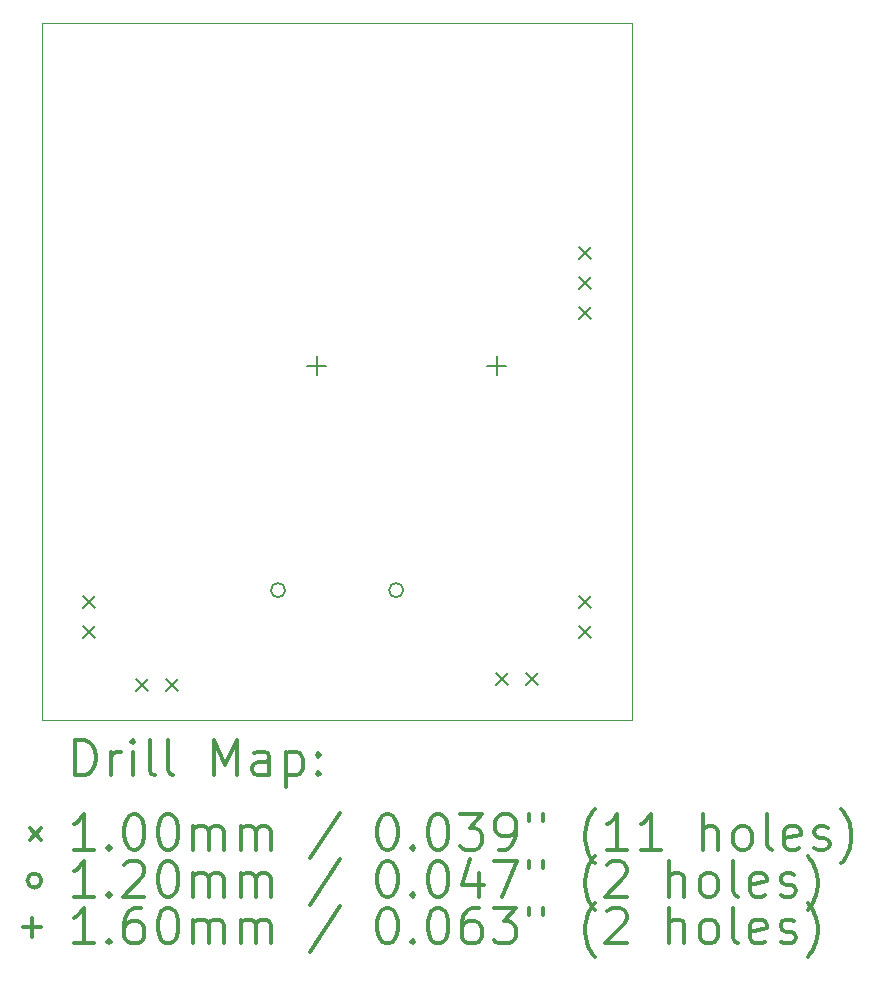
<source format=gbr>
%FSLAX45Y45*%
G04 Gerber Fmt 4.5, Leading zero omitted, Abs format (unit mm)*
G04 Created by KiCad (PCBNEW (5.1.2-1)-1) date 2020-02-13 23:28:22*
%MOMM*%
%LPD*%
G04 APERTURE LIST*
%ADD10C,0.050000*%
%ADD11C,0.200000*%
%ADD12C,0.300000*%
G04 APERTURE END LIST*
D10*
X6200000Y-7100000D02*
X6200000Y-6200000D01*
X1200000Y-7100000D02*
X6200000Y-7100000D01*
X1200000Y-6200000D02*
X1200000Y-7100000D01*
X1200000Y-6200000D02*
X1200000Y-1200000D01*
X6200000Y-1200000D02*
X6200000Y-6200000D01*
X1200000Y-1200000D02*
X6200000Y-1200000D01*
D11*
X5046000Y-6700000D02*
X5146000Y-6800000D01*
X5146000Y-6700000D02*
X5046000Y-6800000D01*
X5300000Y-6700000D02*
X5400000Y-6800000D01*
X5400000Y-6700000D02*
X5300000Y-6800000D01*
X5750000Y-6050000D02*
X5850000Y-6150000D01*
X5850000Y-6050000D02*
X5750000Y-6150000D01*
X5750000Y-6304000D02*
X5850000Y-6404000D01*
X5850000Y-6304000D02*
X5750000Y-6404000D01*
X1996000Y-6750000D02*
X2096000Y-6850000D01*
X2096000Y-6750000D02*
X1996000Y-6850000D01*
X2250000Y-6750000D02*
X2350000Y-6850000D01*
X2350000Y-6750000D02*
X2250000Y-6850000D01*
X5750000Y-3096000D02*
X5850000Y-3196000D01*
X5850000Y-3096000D02*
X5750000Y-3196000D01*
X5750000Y-3350000D02*
X5850000Y-3450000D01*
X5850000Y-3350000D02*
X5750000Y-3450000D01*
X5750000Y-3604000D02*
X5850000Y-3704000D01*
X5850000Y-3604000D02*
X5750000Y-3704000D01*
X1550000Y-6050000D02*
X1650000Y-6150000D01*
X1650000Y-6050000D02*
X1550000Y-6150000D01*
X1550000Y-6304000D02*
X1650000Y-6404000D01*
X1650000Y-6304000D02*
X1550000Y-6404000D01*
X3260000Y-6000000D02*
G75*
G03X3260000Y-6000000I-60000J0D01*
G01*
X4260000Y-6000000D02*
G75*
G03X4260000Y-6000000I-60000J0D01*
G01*
X3526000Y-4020000D02*
X3526000Y-4180000D01*
X3446000Y-4100000D02*
X3606000Y-4100000D01*
X5050000Y-4020000D02*
X5050000Y-4180000D01*
X4970000Y-4100000D02*
X5130000Y-4100000D01*
D12*
X1483928Y-7568214D02*
X1483928Y-7268214D01*
X1555357Y-7268214D01*
X1598214Y-7282500D01*
X1626786Y-7311071D01*
X1641071Y-7339643D01*
X1655357Y-7396786D01*
X1655357Y-7439643D01*
X1641071Y-7496786D01*
X1626786Y-7525357D01*
X1598214Y-7553929D01*
X1555357Y-7568214D01*
X1483928Y-7568214D01*
X1783928Y-7568214D02*
X1783928Y-7368214D01*
X1783928Y-7425357D02*
X1798214Y-7396786D01*
X1812500Y-7382500D01*
X1841071Y-7368214D01*
X1869643Y-7368214D01*
X1969643Y-7568214D02*
X1969643Y-7368214D01*
X1969643Y-7268214D02*
X1955357Y-7282500D01*
X1969643Y-7296786D01*
X1983928Y-7282500D01*
X1969643Y-7268214D01*
X1969643Y-7296786D01*
X2155357Y-7568214D02*
X2126786Y-7553929D01*
X2112500Y-7525357D01*
X2112500Y-7268214D01*
X2312500Y-7568214D02*
X2283928Y-7553929D01*
X2269643Y-7525357D01*
X2269643Y-7268214D01*
X2655357Y-7568214D02*
X2655357Y-7268214D01*
X2755357Y-7482500D01*
X2855357Y-7268214D01*
X2855357Y-7568214D01*
X3126786Y-7568214D02*
X3126786Y-7411071D01*
X3112500Y-7382500D01*
X3083928Y-7368214D01*
X3026786Y-7368214D01*
X2998214Y-7382500D01*
X3126786Y-7553929D02*
X3098214Y-7568214D01*
X3026786Y-7568214D01*
X2998214Y-7553929D01*
X2983928Y-7525357D01*
X2983928Y-7496786D01*
X2998214Y-7468214D01*
X3026786Y-7453929D01*
X3098214Y-7453929D01*
X3126786Y-7439643D01*
X3269643Y-7368214D02*
X3269643Y-7668214D01*
X3269643Y-7382500D02*
X3298214Y-7368214D01*
X3355357Y-7368214D01*
X3383928Y-7382500D01*
X3398214Y-7396786D01*
X3412500Y-7425357D01*
X3412500Y-7511071D01*
X3398214Y-7539643D01*
X3383928Y-7553929D01*
X3355357Y-7568214D01*
X3298214Y-7568214D01*
X3269643Y-7553929D01*
X3541071Y-7539643D02*
X3555357Y-7553929D01*
X3541071Y-7568214D01*
X3526786Y-7553929D01*
X3541071Y-7539643D01*
X3541071Y-7568214D01*
X3541071Y-7382500D02*
X3555357Y-7396786D01*
X3541071Y-7411071D01*
X3526786Y-7396786D01*
X3541071Y-7382500D01*
X3541071Y-7411071D01*
X1097500Y-8012500D02*
X1197500Y-8112500D01*
X1197500Y-8012500D02*
X1097500Y-8112500D01*
X1641071Y-8198214D02*
X1469643Y-8198214D01*
X1555357Y-8198214D02*
X1555357Y-7898214D01*
X1526786Y-7941071D01*
X1498214Y-7969643D01*
X1469643Y-7983929D01*
X1769643Y-8169643D02*
X1783928Y-8183929D01*
X1769643Y-8198214D01*
X1755357Y-8183929D01*
X1769643Y-8169643D01*
X1769643Y-8198214D01*
X1969643Y-7898214D02*
X1998214Y-7898214D01*
X2026786Y-7912500D01*
X2041071Y-7926786D01*
X2055357Y-7955357D01*
X2069643Y-8012500D01*
X2069643Y-8083929D01*
X2055357Y-8141071D01*
X2041071Y-8169643D01*
X2026786Y-8183929D01*
X1998214Y-8198214D01*
X1969643Y-8198214D01*
X1941071Y-8183929D01*
X1926786Y-8169643D01*
X1912500Y-8141071D01*
X1898214Y-8083929D01*
X1898214Y-8012500D01*
X1912500Y-7955357D01*
X1926786Y-7926786D01*
X1941071Y-7912500D01*
X1969643Y-7898214D01*
X2255357Y-7898214D02*
X2283928Y-7898214D01*
X2312500Y-7912500D01*
X2326786Y-7926786D01*
X2341071Y-7955357D01*
X2355357Y-8012500D01*
X2355357Y-8083929D01*
X2341071Y-8141071D01*
X2326786Y-8169643D01*
X2312500Y-8183929D01*
X2283928Y-8198214D01*
X2255357Y-8198214D01*
X2226786Y-8183929D01*
X2212500Y-8169643D01*
X2198214Y-8141071D01*
X2183928Y-8083929D01*
X2183928Y-8012500D01*
X2198214Y-7955357D01*
X2212500Y-7926786D01*
X2226786Y-7912500D01*
X2255357Y-7898214D01*
X2483928Y-8198214D02*
X2483928Y-7998214D01*
X2483928Y-8026786D02*
X2498214Y-8012500D01*
X2526786Y-7998214D01*
X2569643Y-7998214D01*
X2598214Y-8012500D01*
X2612500Y-8041071D01*
X2612500Y-8198214D01*
X2612500Y-8041071D02*
X2626786Y-8012500D01*
X2655357Y-7998214D01*
X2698214Y-7998214D01*
X2726786Y-8012500D01*
X2741071Y-8041071D01*
X2741071Y-8198214D01*
X2883928Y-8198214D02*
X2883928Y-7998214D01*
X2883928Y-8026786D02*
X2898214Y-8012500D01*
X2926786Y-7998214D01*
X2969643Y-7998214D01*
X2998214Y-8012500D01*
X3012500Y-8041071D01*
X3012500Y-8198214D01*
X3012500Y-8041071D02*
X3026786Y-8012500D01*
X3055357Y-7998214D01*
X3098214Y-7998214D01*
X3126786Y-8012500D01*
X3141071Y-8041071D01*
X3141071Y-8198214D01*
X3726786Y-7883929D02*
X3469643Y-8269643D01*
X4112500Y-7898214D02*
X4141071Y-7898214D01*
X4169643Y-7912500D01*
X4183928Y-7926786D01*
X4198214Y-7955357D01*
X4212500Y-8012500D01*
X4212500Y-8083929D01*
X4198214Y-8141071D01*
X4183928Y-8169643D01*
X4169643Y-8183929D01*
X4141071Y-8198214D01*
X4112500Y-8198214D01*
X4083928Y-8183929D01*
X4069643Y-8169643D01*
X4055357Y-8141071D01*
X4041071Y-8083929D01*
X4041071Y-8012500D01*
X4055357Y-7955357D01*
X4069643Y-7926786D01*
X4083928Y-7912500D01*
X4112500Y-7898214D01*
X4341071Y-8169643D02*
X4355357Y-8183929D01*
X4341071Y-8198214D01*
X4326786Y-8183929D01*
X4341071Y-8169643D01*
X4341071Y-8198214D01*
X4541071Y-7898214D02*
X4569643Y-7898214D01*
X4598214Y-7912500D01*
X4612500Y-7926786D01*
X4626786Y-7955357D01*
X4641071Y-8012500D01*
X4641071Y-8083929D01*
X4626786Y-8141071D01*
X4612500Y-8169643D01*
X4598214Y-8183929D01*
X4569643Y-8198214D01*
X4541071Y-8198214D01*
X4512500Y-8183929D01*
X4498214Y-8169643D01*
X4483928Y-8141071D01*
X4469643Y-8083929D01*
X4469643Y-8012500D01*
X4483928Y-7955357D01*
X4498214Y-7926786D01*
X4512500Y-7912500D01*
X4541071Y-7898214D01*
X4741071Y-7898214D02*
X4926786Y-7898214D01*
X4826786Y-8012500D01*
X4869643Y-8012500D01*
X4898214Y-8026786D01*
X4912500Y-8041071D01*
X4926786Y-8069643D01*
X4926786Y-8141071D01*
X4912500Y-8169643D01*
X4898214Y-8183929D01*
X4869643Y-8198214D01*
X4783928Y-8198214D01*
X4755357Y-8183929D01*
X4741071Y-8169643D01*
X5069643Y-8198214D02*
X5126786Y-8198214D01*
X5155357Y-8183929D01*
X5169643Y-8169643D01*
X5198214Y-8126786D01*
X5212500Y-8069643D01*
X5212500Y-7955357D01*
X5198214Y-7926786D01*
X5183928Y-7912500D01*
X5155357Y-7898214D01*
X5098214Y-7898214D01*
X5069643Y-7912500D01*
X5055357Y-7926786D01*
X5041071Y-7955357D01*
X5041071Y-8026786D01*
X5055357Y-8055357D01*
X5069643Y-8069643D01*
X5098214Y-8083929D01*
X5155357Y-8083929D01*
X5183928Y-8069643D01*
X5198214Y-8055357D01*
X5212500Y-8026786D01*
X5326786Y-7898214D02*
X5326786Y-7955357D01*
X5441071Y-7898214D02*
X5441071Y-7955357D01*
X5883928Y-8312500D02*
X5869643Y-8298214D01*
X5841071Y-8255357D01*
X5826786Y-8226786D01*
X5812500Y-8183929D01*
X5798214Y-8112500D01*
X5798214Y-8055357D01*
X5812500Y-7983929D01*
X5826786Y-7941071D01*
X5841071Y-7912500D01*
X5869643Y-7869643D01*
X5883928Y-7855357D01*
X6155357Y-8198214D02*
X5983928Y-8198214D01*
X6069643Y-8198214D02*
X6069643Y-7898214D01*
X6041071Y-7941071D01*
X6012500Y-7969643D01*
X5983928Y-7983929D01*
X6441071Y-8198214D02*
X6269643Y-8198214D01*
X6355357Y-8198214D02*
X6355357Y-7898214D01*
X6326786Y-7941071D01*
X6298214Y-7969643D01*
X6269643Y-7983929D01*
X6798214Y-8198214D02*
X6798214Y-7898214D01*
X6926786Y-8198214D02*
X6926786Y-8041071D01*
X6912500Y-8012500D01*
X6883928Y-7998214D01*
X6841071Y-7998214D01*
X6812500Y-8012500D01*
X6798214Y-8026786D01*
X7112500Y-8198214D02*
X7083928Y-8183929D01*
X7069643Y-8169643D01*
X7055357Y-8141071D01*
X7055357Y-8055357D01*
X7069643Y-8026786D01*
X7083928Y-8012500D01*
X7112500Y-7998214D01*
X7155357Y-7998214D01*
X7183928Y-8012500D01*
X7198214Y-8026786D01*
X7212500Y-8055357D01*
X7212500Y-8141071D01*
X7198214Y-8169643D01*
X7183928Y-8183929D01*
X7155357Y-8198214D01*
X7112500Y-8198214D01*
X7383928Y-8198214D02*
X7355357Y-8183929D01*
X7341071Y-8155357D01*
X7341071Y-7898214D01*
X7612500Y-8183929D02*
X7583928Y-8198214D01*
X7526786Y-8198214D01*
X7498214Y-8183929D01*
X7483928Y-8155357D01*
X7483928Y-8041071D01*
X7498214Y-8012500D01*
X7526786Y-7998214D01*
X7583928Y-7998214D01*
X7612500Y-8012500D01*
X7626786Y-8041071D01*
X7626786Y-8069643D01*
X7483928Y-8098214D01*
X7741071Y-8183929D02*
X7769643Y-8198214D01*
X7826786Y-8198214D01*
X7855357Y-8183929D01*
X7869643Y-8155357D01*
X7869643Y-8141071D01*
X7855357Y-8112500D01*
X7826786Y-8098214D01*
X7783928Y-8098214D01*
X7755357Y-8083929D01*
X7741071Y-8055357D01*
X7741071Y-8041071D01*
X7755357Y-8012500D01*
X7783928Y-7998214D01*
X7826786Y-7998214D01*
X7855357Y-8012500D01*
X7969643Y-8312500D02*
X7983928Y-8298214D01*
X8012500Y-8255357D01*
X8026786Y-8226786D01*
X8041071Y-8183929D01*
X8055357Y-8112500D01*
X8055357Y-8055357D01*
X8041071Y-7983929D01*
X8026786Y-7941071D01*
X8012500Y-7912500D01*
X7983928Y-7869643D01*
X7969643Y-7855357D01*
X1197500Y-8458500D02*
G75*
G03X1197500Y-8458500I-60000J0D01*
G01*
X1641071Y-8594214D02*
X1469643Y-8594214D01*
X1555357Y-8594214D02*
X1555357Y-8294214D01*
X1526786Y-8337071D01*
X1498214Y-8365643D01*
X1469643Y-8379929D01*
X1769643Y-8565643D02*
X1783928Y-8579929D01*
X1769643Y-8594214D01*
X1755357Y-8579929D01*
X1769643Y-8565643D01*
X1769643Y-8594214D01*
X1898214Y-8322786D02*
X1912500Y-8308500D01*
X1941071Y-8294214D01*
X2012500Y-8294214D01*
X2041071Y-8308500D01*
X2055357Y-8322786D01*
X2069643Y-8351357D01*
X2069643Y-8379929D01*
X2055357Y-8422786D01*
X1883928Y-8594214D01*
X2069643Y-8594214D01*
X2255357Y-8294214D02*
X2283928Y-8294214D01*
X2312500Y-8308500D01*
X2326786Y-8322786D01*
X2341071Y-8351357D01*
X2355357Y-8408500D01*
X2355357Y-8479929D01*
X2341071Y-8537072D01*
X2326786Y-8565643D01*
X2312500Y-8579929D01*
X2283928Y-8594214D01*
X2255357Y-8594214D01*
X2226786Y-8579929D01*
X2212500Y-8565643D01*
X2198214Y-8537072D01*
X2183928Y-8479929D01*
X2183928Y-8408500D01*
X2198214Y-8351357D01*
X2212500Y-8322786D01*
X2226786Y-8308500D01*
X2255357Y-8294214D01*
X2483928Y-8594214D02*
X2483928Y-8394214D01*
X2483928Y-8422786D02*
X2498214Y-8408500D01*
X2526786Y-8394214D01*
X2569643Y-8394214D01*
X2598214Y-8408500D01*
X2612500Y-8437072D01*
X2612500Y-8594214D01*
X2612500Y-8437072D02*
X2626786Y-8408500D01*
X2655357Y-8394214D01*
X2698214Y-8394214D01*
X2726786Y-8408500D01*
X2741071Y-8437072D01*
X2741071Y-8594214D01*
X2883928Y-8594214D02*
X2883928Y-8394214D01*
X2883928Y-8422786D02*
X2898214Y-8408500D01*
X2926786Y-8394214D01*
X2969643Y-8394214D01*
X2998214Y-8408500D01*
X3012500Y-8437072D01*
X3012500Y-8594214D01*
X3012500Y-8437072D02*
X3026786Y-8408500D01*
X3055357Y-8394214D01*
X3098214Y-8394214D01*
X3126786Y-8408500D01*
X3141071Y-8437072D01*
X3141071Y-8594214D01*
X3726786Y-8279929D02*
X3469643Y-8665643D01*
X4112500Y-8294214D02*
X4141071Y-8294214D01*
X4169643Y-8308500D01*
X4183928Y-8322786D01*
X4198214Y-8351357D01*
X4212500Y-8408500D01*
X4212500Y-8479929D01*
X4198214Y-8537072D01*
X4183928Y-8565643D01*
X4169643Y-8579929D01*
X4141071Y-8594214D01*
X4112500Y-8594214D01*
X4083928Y-8579929D01*
X4069643Y-8565643D01*
X4055357Y-8537072D01*
X4041071Y-8479929D01*
X4041071Y-8408500D01*
X4055357Y-8351357D01*
X4069643Y-8322786D01*
X4083928Y-8308500D01*
X4112500Y-8294214D01*
X4341071Y-8565643D02*
X4355357Y-8579929D01*
X4341071Y-8594214D01*
X4326786Y-8579929D01*
X4341071Y-8565643D01*
X4341071Y-8594214D01*
X4541071Y-8294214D02*
X4569643Y-8294214D01*
X4598214Y-8308500D01*
X4612500Y-8322786D01*
X4626786Y-8351357D01*
X4641071Y-8408500D01*
X4641071Y-8479929D01*
X4626786Y-8537072D01*
X4612500Y-8565643D01*
X4598214Y-8579929D01*
X4569643Y-8594214D01*
X4541071Y-8594214D01*
X4512500Y-8579929D01*
X4498214Y-8565643D01*
X4483928Y-8537072D01*
X4469643Y-8479929D01*
X4469643Y-8408500D01*
X4483928Y-8351357D01*
X4498214Y-8322786D01*
X4512500Y-8308500D01*
X4541071Y-8294214D01*
X4898214Y-8394214D02*
X4898214Y-8594214D01*
X4826786Y-8279929D02*
X4755357Y-8494214D01*
X4941071Y-8494214D01*
X5026786Y-8294214D02*
X5226786Y-8294214D01*
X5098214Y-8594214D01*
X5326786Y-8294214D02*
X5326786Y-8351357D01*
X5441071Y-8294214D02*
X5441071Y-8351357D01*
X5883928Y-8708500D02*
X5869643Y-8694214D01*
X5841071Y-8651357D01*
X5826786Y-8622786D01*
X5812500Y-8579929D01*
X5798214Y-8508500D01*
X5798214Y-8451357D01*
X5812500Y-8379929D01*
X5826786Y-8337071D01*
X5841071Y-8308500D01*
X5869643Y-8265643D01*
X5883928Y-8251357D01*
X5983928Y-8322786D02*
X5998214Y-8308500D01*
X6026786Y-8294214D01*
X6098214Y-8294214D01*
X6126786Y-8308500D01*
X6141071Y-8322786D01*
X6155357Y-8351357D01*
X6155357Y-8379929D01*
X6141071Y-8422786D01*
X5969643Y-8594214D01*
X6155357Y-8594214D01*
X6512500Y-8594214D02*
X6512500Y-8294214D01*
X6641071Y-8594214D02*
X6641071Y-8437072D01*
X6626786Y-8408500D01*
X6598214Y-8394214D01*
X6555357Y-8394214D01*
X6526786Y-8408500D01*
X6512500Y-8422786D01*
X6826786Y-8594214D02*
X6798214Y-8579929D01*
X6783928Y-8565643D01*
X6769643Y-8537072D01*
X6769643Y-8451357D01*
X6783928Y-8422786D01*
X6798214Y-8408500D01*
X6826786Y-8394214D01*
X6869643Y-8394214D01*
X6898214Y-8408500D01*
X6912500Y-8422786D01*
X6926786Y-8451357D01*
X6926786Y-8537072D01*
X6912500Y-8565643D01*
X6898214Y-8579929D01*
X6869643Y-8594214D01*
X6826786Y-8594214D01*
X7098214Y-8594214D02*
X7069643Y-8579929D01*
X7055357Y-8551357D01*
X7055357Y-8294214D01*
X7326786Y-8579929D02*
X7298214Y-8594214D01*
X7241071Y-8594214D01*
X7212500Y-8579929D01*
X7198214Y-8551357D01*
X7198214Y-8437072D01*
X7212500Y-8408500D01*
X7241071Y-8394214D01*
X7298214Y-8394214D01*
X7326786Y-8408500D01*
X7341071Y-8437072D01*
X7341071Y-8465643D01*
X7198214Y-8494214D01*
X7455357Y-8579929D02*
X7483928Y-8594214D01*
X7541071Y-8594214D01*
X7569643Y-8579929D01*
X7583928Y-8551357D01*
X7583928Y-8537072D01*
X7569643Y-8508500D01*
X7541071Y-8494214D01*
X7498214Y-8494214D01*
X7469643Y-8479929D01*
X7455357Y-8451357D01*
X7455357Y-8437072D01*
X7469643Y-8408500D01*
X7498214Y-8394214D01*
X7541071Y-8394214D01*
X7569643Y-8408500D01*
X7683928Y-8708500D02*
X7698214Y-8694214D01*
X7726786Y-8651357D01*
X7741071Y-8622786D01*
X7755357Y-8579929D01*
X7769643Y-8508500D01*
X7769643Y-8451357D01*
X7755357Y-8379929D01*
X7741071Y-8337071D01*
X7726786Y-8308500D01*
X7698214Y-8265643D01*
X7683928Y-8251357D01*
X1117500Y-8774500D02*
X1117500Y-8934500D01*
X1037500Y-8854500D02*
X1197500Y-8854500D01*
X1641071Y-8990214D02*
X1469643Y-8990214D01*
X1555357Y-8990214D02*
X1555357Y-8690214D01*
X1526786Y-8733072D01*
X1498214Y-8761643D01*
X1469643Y-8775929D01*
X1769643Y-8961643D02*
X1783928Y-8975929D01*
X1769643Y-8990214D01*
X1755357Y-8975929D01*
X1769643Y-8961643D01*
X1769643Y-8990214D01*
X2041071Y-8690214D02*
X1983928Y-8690214D01*
X1955357Y-8704500D01*
X1941071Y-8718786D01*
X1912500Y-8761643D01*
X1898214Y-8818786D01*
X1898214Y-8933072D01*
X1912500Y-8961643D01*
X1926786Y-8975929D01*
X1955357Y-8990214D01*
X2012500Y-8990214D01*
X2041071Y-8975929D01*
X2055357Y-8961643D01*
X2069643Y-8933072D01*
X2069643Y-8861643D01*
X2055357Y-8833072D01*
X2041071Y-8818786D01*
X2012500Y-8804500D01*
X1955357Y-8804500D01*
X1926786Y-8818786D01*
X1912500Y-8833072D01*
X1898214Y-8861643D01*
X2255357Y-8690214D02*
X2283928Y-8690214D01*
X2312500Y-8704500D01*
X2326786Y-8718786D01*
X2341071Y-8747357D01*
X2355357Y-8804500D01*
X2355357Y-8875929D01*
X2341071Y-8933072D01*
X2326786Y-8961643D01*
X2312500Y-8975929D01*
X2283928Y-8990214D01*
X2255357Y-8990214D01*
X2226786Y-8975929D01*
X2212500Y-8961643D01*
X2198214Y-8933072D01*
X2183928Y-8875929D01*
X2183928Y-8804500D01*
X2198214Y-8747357D01*
X2212500Y-8718786D01*
X2226786Y-8704500D01*
X2255357Y-8690214D01*
X2483928Y-8990214D02*
X2483928Y-8790214D01*
X2483928Y-8818786D02*
X2498214Y-8804500D01*
X2526786Y-8790214D01*
X2569643Y-8790214D01*
X2598214Y-8804500D01*
X2612500Y-8833072D01*
X2612500Y-8990214D01*
X2612500Y-8833072D02*
X2626786Y-8804500D01*
X2655357Y-8790214D01*
X2698214Y-8790214D01*
X2726786Y-8804500D01*
X2741071Y-8833072D01*
X2741071Y-8990214D01*
X2883928Y-8990214D02*
X2883928Y-8790214D01*
X2883928Y-8818786D02*
X2898214Y-8804500D01*
X2926786Y-8790214D01*
X2969643Y-8790214D01*
X2998214Y-8804500D01*
X3012500Y-8833072D01*
X3012500Y-8990214D01*
X3012500Y-8833072D02*
X3026786Y-8804500D01*
X3055357Y-8790214D01*
X3098214Y-8790214D01*
X3126786Y-8804500D01*
X3141071Y-8833072D01*
X3141071Y-8990214D01*
X3726786Y-8675929D02*
X3469643Y-9061643D01*
X4112500Y-8690214D02*
X4141071Y-8690214D01*
X4169643Y-8704500D01*
X4183928Y-8718786D01*
X4198214Y-8747357D01*
X4212500Y-8804500D01*
X4212500Y-8875929D01*
X4198214Y-8933072D01*
X4183928Y-8961643D01*
X4169643Y-8975929D01*
X4141071Y-8990214D01*
X4112500Y-8990214D01*
X4083928Y-8975929D01*
X4069643Y-8961643D01*
X4055357Y-8933072D01*
X4041071Y-8875929D01*
X4041071Y-8804500D01*
X4055357Y-8747357D01*
X4069643Y-8718786D01*
X4083928Y-8704500D01*
X4112500Y-8690214D01*
X4341071Y-8961643D02*
X4355357Y-8975929D01*
X4341071Y-8990214D01*
X4326786Y-8975929D01*
X4341071Y-8961643D01*
X4341071Y-8990214D01*
X4541071Y-8690214D02*
X4569643Y-8690214D01*
X4598214Y-8704500D01*
X4612500Y-8718786D01*
X4626786Y-8747357D01*
X4641071Y-8804500D01*
X4641071Y-8875929D01*
X4626786Y-8933072D01*
X4612500Y-8961643D01*
X4598214Y-8975929D01*
X4569643Y-8990214D01*
X4541071Y-8990214D01*
X4512500Y-8975929D01*
X4498214Y-8961643D01*
X4483928Y-8933072D01*
X4469643Y-8875929D01*
X4469643Y-8804500D01*
X4483928Y-8747357D01*
X4498214Y-8718786D01*
X4512500Y-8704500D01*
X4541071Y-8690214D01*
X4898214Y-8690214D02*
X4841071Y-8690214D01*
X4812500Y-8704500D01*
X4798214Y-8718786D01*
X4769643Y-8761643D01*
X4755357Y-8818786D01*
X4755357Y-8933072D01*
X4769643Y-8961643D01*
X4783928Y-8975929D01*
X4812500Y-8990214D01*
X4869643Y-8990214D01*
X4898214Y-8975929D01*
X4912500Y-8961643D01*
X4926786Y-8933072D01*
X4926786Y-8861643D01*
X4912500Y-8833072D01*
X4898214Y-8818786D01*
X4869643Y-8804500D01*
X4812500Y-8804500D01*
X4783928Y-8818786D01*
X4769643Y-8833072D01*
X4755357Y-8861643D01*
X5026786Y-8690214D02*
X5212500Y-8690214D01*
X5112500Y-8804500D01*
X5155357Y-8804500D01*
X5183928Y-8818786D01*
X5198214Y-8833072D01*
X5212500Y-8861643D01*
X5212500Y-8933072D01*
X5198214Y-8961643D01*
X5183928Y-8975929D01*
X5155357Y-8990214D01*
X5069643Y-8990214D01*
X5041071Y-8975929D01*
X5026786Y-8961643D01*
X5326786Y-8690214D02*
X5326786Y-8747357D01*
X5441071Y-8690214D02*
X5441071Y-8747357D01*
X5883928Y-9104500D02*
X5869643Y-9090214D01*
X5841071Y-9047357D01*
X5826786Y-9018786D01*
X5812500Y-8975929D01*
X5798214Y-8904500D01*
X5798214Y-8847357D01*
X5812500Y-8775929D01*
X5826786Y-8733072D01*
X5841071Y-8704500D01*
X5869643Y-8661643D01*
X5883928Y-8647357D01*
X5983928Y-8718786D02*
X5998214Y-8704500D01*
X6026786Y-8690214D01*
X6098214Y-8690214D01*
X6126786Y-8704500D01*
X6141071Y-8718786D01*
X6155357Y-8747357D01*
X6155357Y-8775929D01*
X6141071Y-8818786D01*
X5969643Y-8990214D01*
X6155357Y-8990214D01*
X6512500Y-8990214D02*
X6512500Y-8690214D01*
X6641071Y-8990214D02*
X6641071Y-8833072D01*
X6626786Y-8804500D01*
X6598214Y-8790214D01*
X6555357Y-8790214D01*
X6526786Y-8804500D01*
X6512500Y-8818786D01*
X6826786Y-8990214D02*
X6798214Y-8975929D01*
X6783928Y-8961643D01*
X6769643Y-8933072D01*
X6769643Y-8847357D01*
X6783928Y-8818786D01*
X6798214Y-8804500D01*
X6826786Y-8790214D01*
X6869643Y-8790214D01*
X6898214Y-8804500D01*
X6912500Y-8818786D01*
X6926786Y-8847357D01*
X6926786Y-8933072D01*
X6912500Y-8961643D01*
X6898214Y-8975929D01*
X6869643Y-8990214D01*
X6826786Y-8990214D01*
X7098214Y-8990214D02*
X7069643Y-8975929D01*
X7055357Y-8947357D01*
X7055357Y-8690214D01*
X7326786Y-8975929D02*
X7298214Y-8990214D01*
X7241071Y-8990214D01*
X7212500Y-8975929D01*
X7198214Y-8947357D01*
X7198214Y-8833072D01*
X7212500Y-8804500D01*
X7241071Y-8790214D01*
X7298214Y-8790214D01*
X7326786Y-8804500D01*
X7341071Y-8833072D01*
X7341071Y-8861643D01*
X7198214Y-8890214D01*
X7455357Y-8975929D02*
X7483928Y-8990214D01*
X7541071Y-8990214D01*
X7569643Y-8975929D01*
X7583928Y-8947357D01*
X7583928Y-8933072D01*
X7569643Y-8904500D01*
X7541071Y-8890214D01*
X7498214Y-8890214D01*
X7469643Y-8875929D01*
X7455357Y-8847357D01*
X7455357Y-8833072D01*
X7469643Y-8804500D01*
X7498214Y-8790214D01*
X7541071Y-8790214D01*
X7569643Y-8804500D01*
X7683928Y-9104500D02*
X7698214Y-9090214D01*
X7726786Y-9047357D01*
X7741071Y-9018786D01*
X7755357Y-8975929D01*
X7769643Y-8904500D01*
X7769643Y-8847357D01*
X7755357Y-8775929D01*
X7741071Y-8733072D01*
X7726786Y-8704500D01*
X7698214Y-8661643D01*
X7683928Y-8647357D01*
M02*

</source>
